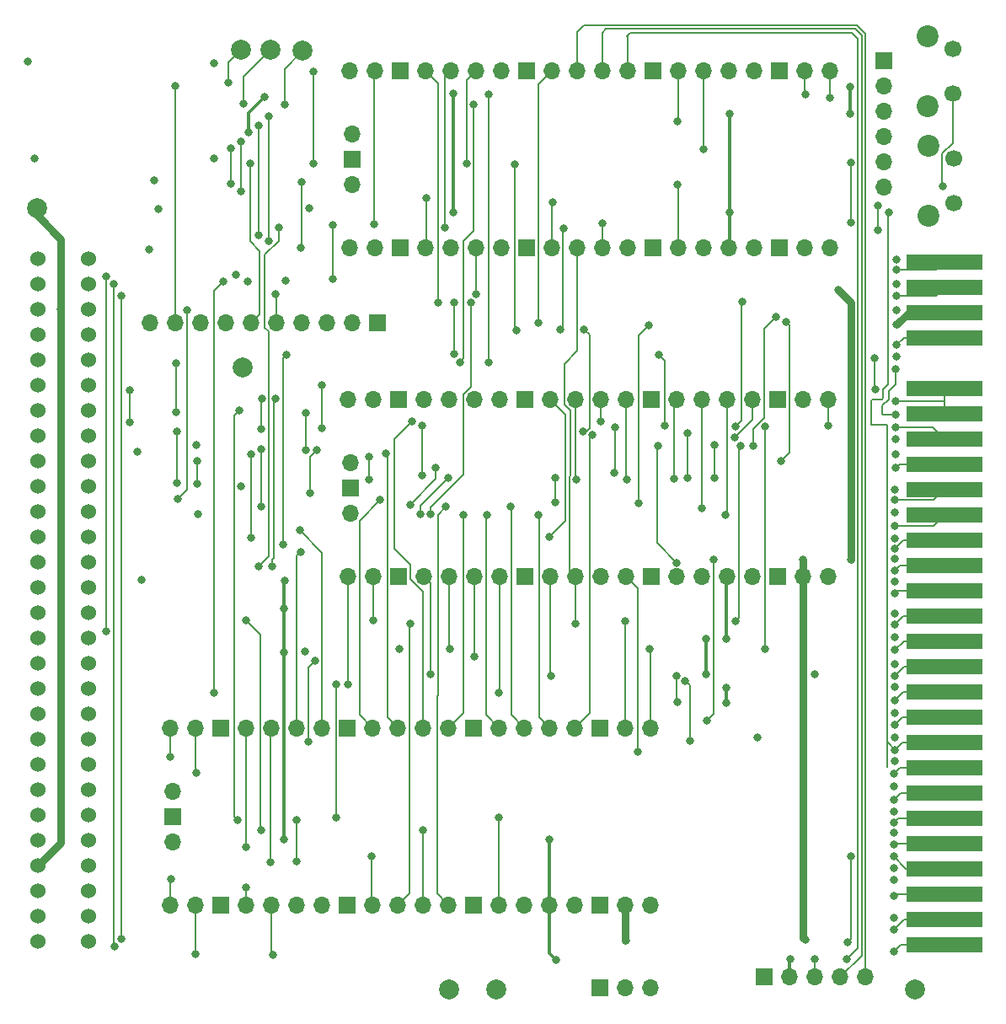
<source format=gbl>
G04 #@! TF.GenerationSoftware,KiCad,Pcbnew,(6.0.0)*
G04 #@! TF.CreationDate,2023-11-06T12:19:40+00:00*
G04 #@! TF.ProjectId,srom,73726f6d-2e6b-4696-9361-645f70636258,v1.3 to v1.4*
G04 #@! TF.SameCoordinates,Original*
G04 #@! TF.FileFunction,Copper,L4,Bot*
G04 #@! TF.FilePolarity,Positive*
%FSLAX46Y46*%
G04 Gerber Fmt 4.6, Leading zero omitted, Abs format (unit mm)*
G04 Created by KiCad (PCBNEW (6.0.0)) date 2023-11-06 12:19:40*
%MOMM*%
%LPD*%
G01*
G04 APERTURE LIST*
G04 #@! TA.AperFunction,ComponentPad*
%ADD10C,2.200000*%
G04 #@! TD*
G04 #@! TA.AperFunction,ComponentPad*
%ADD11C,1.700000*%
G04 #@! TD*
G04 #@! TA.AperFunction,ComponentPad*
%ADD12C,2.000000*%
G04 #@! TD*
G04 #@! TA.AperFunction,SMDPad,CuDef*
%ADD13R,7.620000X1.524000*%
G04 #@! TD*
G04 #@! TA.AperFunction,ComponentPad*
%ADD14O,1.700000X1.700000*%
G04 #@! TD*
G04 #@! TA.AperFunction,ComponentPad*
%ADD15R,1.700000X1.700000*%
G04 #@! TD*
G04 #@! TA.AperFunction,ComponentPad*
%ADD16C,1.524000*%
G04 #@! TD*
G04 #@! TA.AperFunction,ViaPad*
%ADD17C,0.800000*%
G04 #@! TD*
G04 #@! TA.AperFunction,Conductor*
%ADD18C,0.200000*%
G04 #@! TD*
G04 #@! TA.AperFunction,Conductor*
%ADD19C,0.750000*%
G04 #@! TD*
G04 #@! TA.AperFunction,Conductor*
%ADD20C,0.300000*%
G04 #@! TD*
G04 APERTURE END LIST*
D10*
X139875000Y-83490000D03*
X139875000Y-90490000D03*
D11*
X142375000Y-84740000D03*
X142375000Y-89240000D03*
D12*
X138450000Y-168240000D03*
D10*
X139775000Y-72490000D03*
X139775000Y-79490000D03*
D11*
X142275000Y-73740000D03*
X142275000Y-78240000D03*
D12*
X76950000Y-73940000D03*
D13*
X141450000Y-95120000D03*
X141450000Y-97660000D03*
X141450000Y-100200000D03*
X141450000Y-102740000D03*
X141450000Y-107820000D03*
X141450000Y-110360000D03*
X141450000Y-112900000D03*
X141450000Y-115440000D03*
X141450000Y-117980000D03*
X141450000Y-120520000D03*
X141450000Y-123060000D03*
X141450000Y-125600000D03*
X141450000Y-128140000D03*
X141450000Y-130680000D03*
X141450000Y-133220000D03*
X141450000Y-135760000D03*
X141450000Y-138300000D03*
X141450000Y-140840000D03*
X141450000Y-143380000D03*
X141450000Y-145920000D03*
X141450000Y-148460000D03*
X141450000Y-151000000D03*
X141450000Y-153540000D03*
X141450000Y-156080000D03*
X141450000Y-158620000D03*
X141450000Y-161160000D03*
X141450000Y-163700000D03*
D12*
X50250000Y-89740000D03*
D14*
X129925000Y-75950000D03*
X127385000Y-75950000D03*
D15*
X124845000Y-75950000D03*
D14*
X122305000Y-75950000D03*
X119765000Y-75950000D03*
X117225000Y-75950000D03*
X114685000Y-75950000D03*
D15*
X112145000Y-75950000D03*
D14*
X109605000Y-75950000D03*
X107065000Y-75950000D03*
X104525000Y-75950000D03*
X101985000Y-75950000D03*
D15*
X99445000Y-75950000D03*
D14*
X96905000Y-75950000D03*
X94365000Y-75950000D03*
X91825000Y-75950000D03*
X89285000Y-75950000D03*
D15*
X86745000Y-75950000D03*
D14*
X84205000Y-75950000D03*
X81665000Y-75950000D03*
X81665000Y-93730000D03*
X84205000Y-93730000D03*
D15*
X86745000Y-93730000D03*
D14*
X89285000Y-93730000D03*
X91825000Y-93730000D03*
X94365000Y-93730000D03*
X96905000Y-93730000D03*
D15*
X99445000Y-93730000D03*
D14*
X101985000Y-93730000D03*
X104525000Y-93730000D03*
X107065000Y-93730000D03*
X109605000Y-93730000D03*
D15*
X112145000Y-93730000D03*
D14*
X114685000Y-93730000D03*
X117225000Y-93730000D03*
X119765000Y-93730000D03*
X122305000Y-93730000D03*
D15*
X124845000Y-93730000D03*
D14*
X127385000Y-93730000D03*
X129925000Y-93730000D03*
X81895000Y-82300000D03*
D15*
X81895000Y-84840000D03*
D14*
X81895000Y-87380000D03*
D12*
X96450000Y-168240000D03*
X91650000Y-168240000D03*
X70950000Y-105740000D03*
D15*
X123375000Y-166940000D03*
D14*
X125915000Y-166940000D03*
X128455000Y-166940000D03*
X130995000Y-166940000D03*
X133535000Y-166940000D03*
D15*
X84475000Y-101240000D03*
D14*
X81935000Y-101240000D03*
X79395000Y-101240000D03*
X76855000Y-101240000D03*
X74315000Y-101240000D03*
X71775000Y-101240000D03*
X69235000Y-101240000D03*
X66695000Y-101240000D03*
X64155000Y-101240000D03*
X61615000Y-101240000D03*
D12*
X70750000Y-73840000D03*
D14*
X129780000Y-108950000D03*
X127240000Y-108950000D03*
D15*
X124700000Y-108950000D03*
D14*
X122160000Y-108950000D03*
X119620000Y-108950000D03*
X117080000Y-108950000D03*
X114540000Y-108950000D03*
D15*
X112000000Y-108950000D03*
D14*
X109460000Y-108950000D03*
X106920000Y-108950000D03*
X104380000Y-108950000D03*
X101840000Y-108950000D03*
D15*
X99300000Y-108950000D03*
D14*
X96760000Y-108950000D03*
X94220000Y-108950000D03*
X91680000Y-108950000D03*
X89140000Y-108950000D03*
D15*
X86600000Y-108950000D03*
D14*
X84060000Y-108950000D03*
X81520000Y-108950000D03*
X81520000Y-126730000D03*
X84060000Y-126730000D03*
D15*
X86600000Y-126730000D03*
D14*
X89140000Y-126730000D03*
X91680000Y-126730000D03*
X94220000Y-126730000D03*
X96760000Y-126730000D03*
D15*
X99300000Y-126730000D03*
D14*
X101840000Y-126730000D03*
X104380000Y-126730000D03*
X106920000Y-126730000D03*
X109460000Y-126730000D03*
D15*
X112000000Y-126730000D03*
D14*
X114540000Y-126730000D03*
X117080000Y-126730000D03*
X119620000Y-126730000D03*
X122160000Y-126730000D03*
D15*
X124700000Y-126730000D03*
D14*
X127240000Y-126730000D03*
X129780000Y-126730000D03*
X81750000Y-115300000D03*
D15*
X81750000Y-117840000D03*
D14*
X81750000Y-120380000D03*
D15*
X106825000Y-168040000D03*
D14*
X109365000Y-168040000D03*
X111905000Y-168040000D03*
D15*
X135350000Y-74940000D03*
D14*
X135350000Y-77480000D03*
X135350000Y-80020000D03*
X135350000Y-82560000D03*
X135350000Y-85100000D03*
X135350000Y-87640000D03*
D12*
X73750000Y-73840000D03*
D16*
X50390000Y-105000000D03*
X55390000Y-105000000D03*
X55390000Y-94840000D03*
X55390000Y-97380000D03*
X55390000Y-99920000D03*
X55390000Y-102460000D03*
X55390000Y-107540000D03*
X55390000Y-110080000D03*
X55390000Y-112620000D03*
X55390000Y-115160000D03*
X55390000Y-117700000D03*
X55390000Y-120240000D03*
X55390000Y-122780000D03*
X55390000Y-125320000D03*
X55390000Y-127860000D03*
X55390000Y-130400000D03*
X55390000Y-132940000D03*
X55390000Y-135480000D03*
X55390000Y-138020000D03*
X55390000Y-140560000D03*
X55390000Y-143100000D03*
X55390000Y-145640000D03*
X55390000Y-148180000D03*
X55390000Y-150720000D03*
X55390000Y-153260000D03*
X55390000Y-155800000D03*
X55390000Y-158340000D03*
X55390000Y-160880000D03*
X55390000Y-163420000D03*
X50390000Y-94840000D03*
X50390000Y-97380000D03*
X50390000Y-99920000D03*
X50390000Y-102460000D03*
X50390000Y-107540000D03*
X50390000Y-110080000D03*
X50390000Y-112620000D03*
X50390000Y-115160000D03*
X50390000Y-117700000D03*
X50390000Y-120240000D03*
X50390000Y-122780000D03*
X50390000Y-125320000D03*
X50390000Y-127860000D03*
X50390000Y-130400000D03*
X50390000Y-132940000D03*
X50390000Y-135480000D03*
X50390000Y-138020000D03*
X50390000Y-140560000D03*
X50390000Y-143100000D03*
X50390000Y-145640000D03*
X50390000Y-148180000D03*
X50390000Y-150720000D03*
X50390000Y-153260000D03*
X50390000Y-155800000D03*
X50390000Y-158340000D03*
X50390000Y-160880000D03*
X50390000Y-163420000D03*
D14*
X111925000Y-141950000D03*
X109385000Y-141950000D03*
D15*
X106845000Y-141950000D03*
D14*
X104305000Y-141950000D03*
X101765000Y-141950000D03*
X99225000Y-141950000D03*
X96685000Y-141950000D03*
D15*
X94145000Y-141950000D03*
D14*
X91605000Y-141950000D03*
X89065000Y-141950000D03*
X86525000Y-141950000D03*
X83985000Y-141950000D03*
D15*
X81445000Y-141950000D03*
D14*
X78905000Y-141950000D03*
X76365000Y-141950000D03*
X73825000Y-141950000D03*
X71285000Y-141950000D03*
D15*
X68745000Y-141950000D03*
D14*
X66205000Y-141950000D03*
X63665000Y-141950000D03*
X63665000Y-159730000D03*
X66205000Y-159730000D03*
D15*
X68745000Y-159730000D03*
D14*
X71285000Y-159730000D03*
X73825000Y-159730000D03*
X76365000Y-159730000D03*
X78905000Y-159730000D03*
D15*
X81445000Y-159730000D03*
D14*
X83985000Y-159730000D03*
X86525000Y-159730000D03*
X89065000Y-159730000D03*
X91605000Y-159730000D03*
D15*
X94145000Y-159730000D03*
D14*
X96685000Y-159730000D03*
X99225000Y-159730000D03*
X101765000Y-159730000D03*
X104305000Y-159730000D03*
D15*
X106845000Y-159730000D03*
D14*
X109385000Y-159730000D03*
X111925000Y-159730000D03*
X63895000Y-148300000D03*
D15*
X63895000Y-150840000D03*
D14*
X63895000Y-153380000D03*
D17*
X136550000Y-109090000D03*
X50050000Y-84740000D03*
X86650000Y-134040000D03*
X62050000Y-86940000D03*
X122650000Y-142940000D03*
X61550000Y-93840000D03*
X68050000Y-75140000D03*
X49350000Y-75040000D03*
X60350000Y-114240000D03*
X77650000Y-89740000D03*
X77150000Y-134240000D03*
X136447569Y-128440000D03*
X68050000Y-84740000D03*
X66450000Y-120440000D03*
X62450000Y-89840000D03*
X60750000Y-127040000D03*
X128450000Y-136579500D03*
X75250000Y-97040000D03*
X52670000Y-99920000D03*
X52650000Y-92840000D03*
X136650000Y-101440000D03*
X132035500Y-125040000D03*
X109450000Y-163340000D03*
X127250000Y-125040000D03*
X127450000Y-163240000D03*
X130750000Y-97940000D03*
X85350000Y-114339500D03*
X136550000Y-115840000D03*
X136450000Y-119040000D03*
X84750000Y-119040000D03*
X136450000Y-121640000D03*
X76650000Y-122080500D03*
X76732000Y-124258000D03*
X136448069Y-123939501D03*
X101750000Y-122740000D03*
X73750000Y-155440000D03*
X136350000Y-153640000D03*
X71250000Y-153940000D03*
X136350000Y-151440000D03*
X66250000Y-146440000D03*
X136350000Y-149140000D03*
X63650000Y-144840000D03*
X136350000Y-146540000D03*
X136350000Y-157240000D03*
X63750000Y-157140000D03*
X136350000Y-162240000D03*
X66150000Y-164639500D03*
X136350000Y-161040000D03*
X71250000Y-157940000D03*
X136350000Y-164440000D03*
X73950000Y-164740000D03*
X58750000Y-98540000D03*
X58750000Y-163140000D03*
X136650000Y-98540000D03*
X58010000Y-97380000D03*
X58050000Y-163940000D03*
X136650000Y-97340000D03*
X64250000Y-105340000D03*
X136650000Y-104640000D03*
X64250000Y-110229500D03*
X134400000Y-104765000D03*
X134525000Y-107939500D03*
X59550000Y-111240000D03*
X59550000Y-108040000D03*
X136550000Y-110440000D03*
X136550000Y-105940000D03*
X136550000Y-112940000D03*
X66250000Y-113540000D03*
X72750000Y-119739500D03*
X136450000Y-120340000D03*
X72750000Y-113940000D03*
X71750000Y-114440500D03*
X71750000Y-122840000D03*
X136450000Y-122940000D03*
X136450000Y-118040000D03*
X70790000Y-117700000D03*
X66350000Y-117440000D03*
X136550000Y-114440000D03*
X66350000Y-115140000D03*
X136650000Y-99940000D03*
X64395850Y-118941897D03*
X65350000Y-99940000D03*
X87950000Y-111170500D03*
X106950000Y-111139500D03*
X93150000Y-120540500D03*
X109550000Y-117000500D03*
X95450000Y-120540500D03*
X114250000Y-116940000D03*
X117050000Y-119840000D03*
X97850000Y-119739500D03*
X119450000Y-120540000D03*
X100650000Y-120539500D03*
X120388896Y-112748451D03*
X106050000Y-112540500D03*
X120450000Y-131240000D03*
X120984053Y-113640500D03*
X109350000Y-131240000D03*
X123450000Y-111640000D03*
X111850000Y-134039500D03*
X123450000Y-134040000D03*
X129750000Y-111540000D03*
X74550000Y-91640500D03*
X72495000Y-125757500D03*
X136650000Y-95939503D03*
X71450000Y-97140500D03*
X70250000Y-96440000D03*
X136650000Y-94940000D03*
X136350000Y-152440000D03*
X83850000Y-154840000D03*
X78850000Y-107540000D03*
X112650000Y-113640500D03*
X114550000Y-125340000D03*
X78850000Y-111840000D03*
X96650000Y-138440000D03*
X68050000Y-138440000D03*
X136450000Y-137840000D03*
X68950000Y-97140000D03*
X57250000Y-96601500D03*
X57250000Y-132240000D03*
X136450000Y-132840000D03*
X100650000Y-101240000D03*
X77550000Y-143340000D03*
X78205500Y-135180500D03*
X135850000Y-90140000D03*
X136450000Y-144140000D03*
X80350000Y-137540000D03*
X96650000Y-150940000D03*
X80350000Y-150940000D03*
X131650000Y-165140000D03*
X128450000Y-165139500D03*
X114650000Y-81040000D03*
X117250000Y-83840000D03*
X124550000Y-100619500D03*
X122206849Y-113640500D03*
X83650000Y-117000500D03*
X125550000Y-101140000D03*
X124996340Y-115139500D03*
X83650000Y-114739500D03*
X121150000Y-99140000D03*
X77250000Y-114039500D03*
X118350000Y-113540000D03*
X77250000Y-110340000D03*
X118350000Y-116839500D03*
X115650000Y-116840000D03*
X115650000Y-112340000D03*
X120450000Y-111640000D03*
X112750000Y-104440000D03*
X90350000Y-115840000D03*
X108350000Y-111740000D03*
X108240653Y-116330653D03*
X77669633Y-118391934D03*
X78350000Y-114040000D03*
X87750000Y-119540000D03*
X113350000Y-111540000D03*
X102350000Y-119240000D03*
X110750000Y-119340000D03*
X111750000Y-101540000D03*
X88750000Y-120440000D03*
X102350000Y-116840000D03*
X91550000Y-116840500D03*
X105096876Y-112140878D03*
X105250000Y-101940000D03*
X88950000Y-111558000D03*
X88950000Y-116540000D03*
X93849500Y-99220500D03*
X89834364Y-120486072D03*
X92150000Y-104339500D03*
X75350000Y-104440000D03*
X92150000Y-99220500D03*
X74950000Y-123479500D03*
X71250000Y-131140000D03*
X72750000Y-152240000D03*
X89050000Y-152240000D03*
X84050000Y-131140000D03*
X104450000Y-117000500D03*
X91350000Y-119739500D03*
X93450000Y-85240000D03*
X98450000Y-102040000D03*
X98250000Y-85340000D03*
X136450000Y-135540000D03*
X94250000Y-134740000D03*
X136450000Y-140440000D03*
X114550000Y-136740000D03*
X114650000Y-139340000D03*
X101950000Y-136740000D03*
X102850000Y-101940000D03*
X91250000Y-91640000D03*
X103150000Y-91740000D03*
X90550000Y-99220500D03*
X79950000Y-96840000D03*
X74250000Y-98340000D03*
X79950000Y-91440000D03*
X84150000Y-91340000D03*
X78050000Y-76040000D03*
X78050000Y-85240000D03*
X71650000Y-85240000D03*
X94350000Y-98339500D03*
X115410474Y-137251889D03*
X115850000Y-143240000D03*
X81550000Y-137540000D03*
X89830500Y-136579500D03*
X91750000Y-134039500D03*
X117550000Y-141239500D03*
X118250000Y-125040000D03*
X110650000Y-144340000D03*
X136450000Y-145240000D03*
X107050000Y-91240000D03*
X132035500Y-91140000D03*
X132035500Y-85140000D03*
X102050000Y-89140000D03*
X136350000Y-154840000D03*
X131750000Y-163440000D03*
X76350000Y-155340000D03*
X76350000Y-151240000D03*
X70450000Y-151240000D03*
X132035500Y-154840000D03*
X70550000Y-110040000D03*
X134750000Y-91940000D03*
X104350000Y-131440000D03*
X141250000Y-87540000D03*
X87750000Y-131440000D03*
X134750000Y-89440000D03*
X74249500Y-108840000D03*
X125950000Y-165140000D03*
X102450000Y-165240000D03*
X73850000Y-125757500D03*
X64350000Y-112140000D03*
X72850000Y-108840000D03*
X75050000Y-153140000D03*
X75150000Y-127140000D03*
X72750000Y-111940000D03*
X64350000Y-117340000D03*
X75050000Y-129940000D03*
X101750000Y-153140000D03*
X75050000Y-134340000D03*
X117450000Y-136579500D03*
X119550000Y-137940000D03*
X119524244Y-139405500D03*
X119550000Y-133040000D03*
X117450000Y-133040000D03*
X71550000Y-82140000D03*
X73150000Y-78540500D03*
X92050000Y-90140000D03*
X131950000Y-80240000D03*
X92050000Y-78240000D03*
X119850000Y-80240000D03*
X119850000Y-90140000D03*
X131950000Y-77540000D03*
X76850000Y-87140000D03*
X69750000Y-83740000D03*
X76750000Y-93740000D03*
X69750000Y-87240000D03*
X73550000Y-80540000D03*
X73555378Y-93045378D03*
X70750000Y-88040000D03*
X70750000Y-83040000D03*
X89350000Y-88740000D03*
X72550000Y-81440000D03*
X72550000Y-92440000D03*
X127450000Y-78340000D03*
X95650000Y-105239500D03*
X95650000Y-78340000D03*
X71050500Y-79240000D03*
X94150000Y-79340000D03*
X92750000Y-105239500D03*
X75150000Y-79340000D03*
X129950000Y-78640000D03*
X69490000Y-77100000D03*
X64150000Y-77440000D03*
X114650000Y-87340000D03*
X136450000Y-124940000D03*
X136450000Y-127240000D03*
X136450000Y-130440000D03*
X136450000Y-142940000D03*
X136350000Y-147840000D03*
X136350000Y-150340000D03*
X136350000Y-156040000D03*
X136650000Y-103440000D03*
X136550000Y-111740000D03*
X136450000Y-126140000D03*
X136450000Y-131540000D03*
X136450000Y-134140000D03*
X136450000Y-136740000D03*
X136450000Y-139140000D03*
X136450000Y-141640000D03*
X136350000Y-158840000D03*
D18*
X135748069Y-90241931D02*
X135850000Y-90140000D01*
X135748069Y-107466931D02*
X135748069Y-90241931D01*
X135300000Y-107915000D02*
X135748069Y-107466931D01*
X135150000Y-108965000D02*
X135300000Y-108815000D01*
X134125000Y-109065000D02*
X134225000Y-108965000D01*
X134125000Y-111465000D02*
X134125000Y-109065000D01*
X135600000Y-111465000D02*
X134125000Y-111465000D01*
X135300000Y-108815000D02*
X135300000Y-107915000D01*
X135700000Y-111565000D02*
X135600000Y-111465000D01*
X135700000Y-145836138D02*
X135700000Y-111565000D01*
X134225000Y-108965000D02*
X135150000Y-108965000D01*
X141400000Y-109090000D02*
X141425000Y-109065000D01*
X136550000Y-109090000D02*
X141400000Y-109090000D01*
X135225000Y-110415000D02*
X135250000Y-110440000D01*
X135225000Y-109540000D02*
X135225000Y-110415000D01*
X135825000Y-108940000D02*
X135225000Y-109540000D01*
X135250000Y-110440000D02*
X136550000Y-110440000D01*
X135825000Y-108140000D02*
X135825000Y-108940000D01*
X136550000Y-107415000D02*
X135825000Y-108140000D01*
X136550000Y-105940000D02*
X136550000Y-107415000D01*
X141425000Y-109065000D02*
X141425000Y-107965000D01*
X141425000Y-110505000D02*
X141425000Y-109065000D01*
X136550000Y-105940000D02*
X136425000Y-106065000D01*
X141450000Y-128140000D02*
X136747569Y-128140000D01*
X136747569Y-128140000D02*
X136447569Y-128440000D01*
D19*
X50390000Y-155800000D02*
X52670000Y-153520000D01*
X50250000Y-90440000D02*
X50250000Y-89740000D01*
X52670000Y-99920000D02*
X52670000Y-92860000D01*
X137890000Y-100200000D02*
X141450000Y-100200000D01*
X52650000Y-92840000D02*
X50250000Y-90440000D01*
D18*
X52670000Y-92860000D02*
X52650000Y-92840000D01*
D19*
X136650000Y-101440000D02*
X137890000Y-100200000D01*
X52670000Y-153520000D02*
X52670000Y-99920000D01*
X127240000Y-163030000D02*
X127240000Y-126730000D01*
D18*
X109385000Y-163275000D02*
X109450000Y-163340000D01*
D19*
X127240000Y-126730000D02*
X127240000Y-125050000D01*
D20*
X127450000Y-163240000D02*
X127240000Y-163030000D01*
D18*
X127240000Y-125050000D02*
X127250000Y-125040000D01*
D19*
X132035500Y-125040000D02*
X132035500Y-99225500D01*
X109385000Y-159730000D02*
X109385000Y-163275000D01*
X132035500Y-99225500D02*
X130750000Y-97940000D01*
D18*
X136950000Y-115440000D02*
X141450000Y-115440000D01*
X85350000Y-114339500D02*
X85450000Y-114439500D01*
X136550000Y-115840000D02*
X136950000Y-115440000D01*
X85450000Y-140875000D02*
X86525000Y-141950000D01*
X85450000Y-114439500D02*
X85450000Y-140875000D01*
X83985000Y-141950000D02*
X82670000Y-140635000D01*
X136450000Y-119040000D02*
X140390000Y-119040000D01*
X82670000Y-121120000D02*
X84750000Y-119040000D01*
X140390000Y-119040000D02*
X141450000Y-117980000D01*
X82670000Y-140635000D02*
X82670000Y-121120000D01*
X76650000Y-122080500D02*
X78905000Y-124335500D01*
X140330000Y-121640000D02*
X141450000Y-120520000D01*
X78905000Y-124335500D02*
X78905000Y-141950000D01*
X136450000Y-121640000D02*
X140330000Y-121640000D01*
X103350000Y-110460000D02*
X101840000Y-108950000D01*
X103350000Y-121140000D02*
X103350000Y-110460000D01*
X136448069Y-123939501D02*
X137327570Y-123060000D01*
X76365000Y-141950000D02*
X76365000Y-124625000D01*
X137327570Y-123060000D02*
X141450000Y-123060000D01*
X76365000Y-124625000D02*
X76732000Y-124258000D01*
X101750000Y-122740000D02*
X103350000Y-121140000D01*
X136350000Y-153640000D02*
X136450000Y-153540000D01*
X136450000Y-153540000D02*
X141450000Y-153540000D01*
X73750000Y-155440000D02*
X73750000Y-142025000D01*
X71285000Y-141950000D02*
X71285000Y-153905000D01*
X71285000Y-153905000D02*
X71250000Y-153940000D01*
X136350000Y-151440000D02*
X136790000Y-151000000D01*
X136790000Y-151000000D02*
X141450000Y-151000000D01*
X137030000Y-148460000D02*
X141450000Y-148460000D01*
X66205000Y-146395000D02*
X66205000Y-141950000D01*
X136350000Y-149140000D02*
X137030000Y-148460000D01*
X66250000Y-146440000D02*
X66205000Y-146395000D01*
X63665000Y-141950000D02*
X63665000Y-144825000D01*
X136350000Y-146540000D02*
X136970000Y-145920000D01*
X136970000Y-145920000D02*
X141450000Y-145920000D01*
X63665000Y-144825000D02*
X63650000Y-144840000D01*
X63665000Y-157225000D02*
X63750000Y-157140000D01*
X63665000Y-159730000D02*
X63665000Y-157225000D01*
X136350000Y-162240000D02*
X137430000Y-161160000D01*
X66150000Y-164639500D02*
X66205000Y-164584500D01*
X137430000Y-161160000D02*
X141450000Y-161160000D01*
X66205000Y-164584500D02*
X66205000Y-159730000D01*
X71285000Y-159730000D02*
X71285000Y-157975000D01*
X71285000Y-157975000D02*
X71250000Y-157940000D01*
X73825000Y-164615000D02*
X73825000Y-159730000D01*
X136350000Y-164440000D02*
X137090000Y-163700000D01*
X73950000Y-164740000D02*
X73825000Y-164615000D01*
X137090000Y-163700000D02*
X141450000Y-163700000D01*
X136650000Y-98540000D02*
X140570000Y-98540000D01*
X140570000Y-98540000D02*
X141450000Y-97660000D01*
X58750000Y-98540000D02*
X58750000Y-163140000D01*
X58010000Y-163900000D02*
X58050000Y-163940000D01*
X58010000Y-97380000D02*
X58010000Y-163900000D01*
X64250000Y-110229500D02*
X64250000Y-105340000D01*
X134400000Y-104765000D02*
X134400000Y-107765000D01*
X134400000Y-107765000D02*
X134550000Y-107915000D01*
X59550000Y-111240000D02*
X59550000Y-108040000D01*
X72750000Y-113940000D02*
X72750000Y-119739500D01*
X71750000Y-114440500D02*
X71750000Y-122840000D01*
X66350000Y-115140000D02*
X66350000Y-117440000D01*
X65305000Y-99985000D02*
X65350000Y-99940000D01*
X65305000Y-118032747D02*
X65305000Y-99985000D01*
X64395850Y-118941897D02*
X65305000Y-118032747D01*
X87750000Y-125580000D02*
X87750000Y-126966346D01*
X106920000Y-108950000D02*
X106920000Y-111109500D01*
X87950000Y-111170500D02*
X86150000Y-112970500D01*
X89065000Y-128281346D02*
X89065000Y-141950000D01*
X86150000Y-112970500D02*
X86150000Y-123980000D01*
X87750000Y-126966346D02*
X89065000Y-128281346D01*
X86150000Y-123980000D02*
X87750000Y-125580000D01*
X106920000Y-111109500D02*
X106950000Y-111139500D01*
X93150000Y-120540500D02*
X93070000Y-120620500D01*
X93070000Y-140485000D02*
X91605000Y-141950000D01*
X109460000Y-116910500D02*
X109460000Y-108950000D01*
X93070000Y-120620500D02*
X93070000Y-140485000D01*
X109550000Y-117000500D02*
X109460000Y-116910500D01*
X95370000Y-120620500D02*
X95370000Y-140635000D01*
X114250000Y-116940000D02*
X114250000Y-109240000D01*
X95450000Y-120540500D02*
X95370000Y-120620500D01*
X95370000Y-140635000D02*
X96685000Y-141950000D01*
X117080000Y-119810000D02*
X117080000Y-108950000D01*
X117050000Y-119840000D02*
X117080000Y-119810000D01*
X99225000Y-141950000D02*
X97910000Y-140635000D01*
X97910000Y-119799500D02*
X97850000Y-119739500D01*
X97910000Y-140635000D02*
X97910000Y-119799500D01*
X101765000Y-141950000D02*
X100690000Y-140875000D01*
X100690000Y-120579500D02*
X100650000Y-120539500D01*
X119620000Y-120370000D02*
X119620000Y-108950000D01*
X100690000Y-140875000D02*
X100690000Y-120579500D01*
X119450000Y-120540000D02*
X119620000Y-120370000D01*
X122160000Y-108950000D02*
X122160000Y-110977347D01*
X122160000Y-110977347D02*
X120388896Y-112748451D01*
X105770000Y-140485000D02*
X104305000Y-141950000D01*
X106050000Y-112540500D02*
X105770000Y-112820500D01*
X105770000Y-112820500D02*
X105770000Y-140485000D01*
X109385000Y-141950000D02*
X109385000Y-131275000D01*
X109385000Y-131275000D02*
X109350000Y-131240000D01*
X120984053Y-113640500D02*
X120770000Y-113854553D01*
X120770000Y-130920000D02*
X120450000Y-131240000D01*
X120770000Y-113854553D02*
X120770000Y-130920000D01*
X111925000Y-134114500D02*
X111850000Y-134039500D01*
X111925000Y-141950000D02*
X111925000Y-134114500D01*
X129750000Y-111540000D02*
X129780000Y-111510000D01*
X123450000Y-134040000D02*
X123450000Y-111640000D01*
X129780000Y-111510000D02*
X129780000Y-108950000D01*
X73550000Y-124702500D02*
X73550000Y-102101346D01*
X73165000Y-94425000D02*
X74550000Y-93040000D01*
X72495000Y-125757500D02*
X73550000Y-124702500D01*
X73165000Y-101716346D02*
X73165000Y-94425000D01*
X74550000Y-93040000D02*
X74550000Y-91640500D01*
X73550000Y-102101346D02*
X73165000Y-101716346D01*
X140630497Y-95939503D02*
X141450000Y-95120000D01*
X136650000Y-95939503D02*
X140630497Y-95939503D01*
X83850000Y-154840000D02*
X83850000Y-159595000D01*
X112550000Y-123340000D02*
X114550000Y-125340000D01*
X112550000Y-113740500D02*
X112550000Y-123340000D01*
X112650000Y-113640500D02*
X112550000Y-113740500D01*
X78850000Y-111840000D02*
X78850000Y-107540000D01*
X68085000Y-98005000D02*
X68085000Y-138405000D01*
X68085000Y-138405000D02*
X68050000Y-138440000D01*
X96760000Y-138330000D02*
X96760000Y-126730000D01*
X96650000Y-138440000D02*
X96760000Y-138330000D01*
X68950000Y-97140000D02*
X68085000Y-98005000D01*
X57250000Y-132240000D02*
X57250000Y-96601500D01*
X100650000Y-77285000D02*
X101985000Y-75950000D01*
X100650000Y-101240000D02*
X100650000Y-77285000D01*
X77550000Y-143340000D02*
X77550000Y-135836000D01*
X137210000Y-143380000D02*
X141450000Y-143380000D01*
X77550000Y-135836000D02*
X78205500Y-135180500D01*
X136450000Y-144140000D02*
X137210000Y-143380000D01*
X135748069Y-143438069D02*
X136450000Y-144140000D01*
X80350000Y-137540000D02*
X80295000Y-137595000D01*
X80295000Y-137595000D02*
X80295000Y-150885000D01*
X80295000Y-150885000D02*
X80350000Y-150940000D01*
X96650000Y-150940000D02*
X96685000Y-150975000D01*
X96685000Y-150975000D02*
X96685000Y-159730000D01*
X109850000Y-72140000D02*
X109550000Y-72440000D01*
X132735000Y-164055000D02*
X132735000Y-72725000D01*
X132150000Y-72140000D02*
X109850000Y-72140000D01*
X109550000Y-72440000D02*
X109605000Y-72495000D01*
X128455000Y-165144500D02*
X128450000Y-165139500D01*
X128455000Y-166940000D02*
X128455000Y-165144500D01*
X132735000Y-72725000D02*
X132150000Y-72140000D01*
X131650000Y-165140000D02*
X132735000Y-164055000D01*
X109605000Y-72495000D02*
X109605000Y-75950000D01*
X114650000Y-81040000D02*
X114685000Y-81005000D01*
X114685000Y-81005000D02*
X114685000Y-75950000D01*
X117225000Y-83815000D02*
X117225000Y-75950000D01*
X117250000Y-83840000D02*
X117225000Y-83815000D01*
X122206849Y-113640500D02*
X122206849Y-111893201D01*
X123310000Y-110790050D02*
X123310000Y-101859500D01*
X122206849Y-111893201D02*
X123310000Y-110790050D01*
X123310000Y-101859500D02*
X124550000Y-100619500D01*
X125850000Y-101440000D02*
X125850000Y-114285840D01*
X125550000Y-101140000D02*
X125850000Y-101440000D01*
X83650000Y-117000500D02*
X83650000Y-114739500D01*
X125850000Y-114285840D02*
X124996340Y-115139500D01*
X121010000Y-99280000D02*
X121010000Y-111080000D01*
X77250000Y-110340000D02*
X77250000Y-114039500D01*
X115650000Y-116840000D02*
X115650000Y-112340000D01*
X121150000Y-99140000D02*
X121010000Y-99280000D01*
X118350000Y-113540000D02*
X118350000Y-116839500D01*
X121010000Y-111080000D02*
X120450000Y-111640000D01*
X113350000Y-105040000D02*
X113350000Y-111540000D01*
X77669633Y-118391934D02*
X77669633Y-114720367D01*
X90350000Y-116940000D02*
X87750000Y-119540000D01*
X90350000Y-115840000D02*
X90350000Y-116940000D01*
X112750000Y-104440000D02*
X113350000Y-105040000D01*
X77669633Y-114720367D02*
X78350000Y-114040000D01*
X108350000Y-116221306D02*
X108240653Y-116330653D01*
X108350000Y-111740000D02*
X108350000Y-116221306D01*
X110750000Y-102540000D02*
X110750000Y-119340000D01*
X102350000Y-119240000D02*
X102350000Y-116840000D01*
X91550000Y-116840500D02*
X88750000Y-119640500D01*
X111750000Y-101540000D02*
X110750000Y-102540000D01*
X88750000Y-119640500D02*
X88750000Y-120440000D01*
X105459672Y-112140878D02*
X105096876Y-112140878D01*
X105250000Y-101940000D02*
X105770000Y-102460000D01*
X105770000Y-111830550D02*
X105459672Y-112140878D01*
X105770000Y-102460000D02*
X105770000Y-111830550D01*
X88950000Y-111558000D02*
X88950000Y-116540000D01*
X89834364Y-120486072D02*
X89834364Y-119755136D01*
X89834364Y-119755136D02*
X93070000Y-116519500D01*
X93849500Y-107694154D02*
X93849500Y-99220500D01*
X93070000Y-108473654D02*
X93849500Y-107694154D01*
X93070000Y-116519500D02*
X93070000Y-108473654D01*
X75350000Y-104440000D02*
X74949500Y-104840500D01*
X74949500Y-104840500D02*
X74949500Y-123479000D01*
X92150000Y-99220500D02*
X92150000Y-104339500D01*
X74949500Y-123479000D02*
X74950000Y-123479500D01*
X84050000Y-131140000D02*
X84060000Y-131130000D01*
X89065000Y-152255000D02*
X89050000Y-152240000D01*
X72750000Y-152240000D02*
X72675000Y-152165000D01*
X72675000Y-152165000D02*
X72675000Y-132565000D01*
X72675000Y-132565000D02*
X71250000Y-131140000D01*
X84060000Y-131130000D02*
X84060000Y-126730000D01*
X89065000Y-159730000D02*
X89065000Y-152255000D01*
X90455000Y-158580000D02*
X91605000Y-159730000D01*
X90530000Y-138620000D02*
X90550000Y-138640000D01*
X104380000Y-116930500D02*
X104380000Y-108950000D01*
X90550000Y-138640000D02*
X90455000Y-138735000D01*
X104450000Y-117000500D02*
X104380000Y-116930500D01*
X90530000Y-120559500D02*
X90530000Y-138620000D01*
X91350000Y-119739500D02*
X90530000Y-120559500D01*
X90455000Y-138735000D02*
X90455000Y-158580000D01*
X93450000Y-85240000D02*
X93450000Y-76865000D01*
X98250000Y-101840000D02*
X98250000Y-85340000D01*
X93450000Y-76865000D02*
X94365000Y-75950000D01*
X98450000Y-102040000D02*
X98250000Y-101840000D01*
X94220000Y-134710000D02*
X94220000Y-126730000D01*
X94250000Y-134740000D02*
X94220000Y-134710000D01*
X114650000Y-139440000D02*
X114550000Y-139340000D01*
X114650000Y-139340000D02*
X114650000Y-139440000D01*
X101840000Y-136630000D02*
X101840000Y-126730000D01*
X114550000Y-139340000D02*
X114550000Y-136740000D01*
X101950000Y-136740000D02*
X101840000Y-136630000D01*
X91250000Y-76525000D02*
X91825000Y-75950000D01*
X103135000Y-101655000D02*
X103135000Y-91755000D01*
X103135000Y-91755000D02*
X103150000Y-91740000D01*
X91250000Y-91640000D02*
X91250000Y-76525000D01*
X102850000Y-101940000D02*
X103135000Y-101655000D01*
X90550000Y-77215000D02*
X89285000Y-75950000D01*
X90550000Y-99220500D02*
X90550000Y-77215000D01*
X84150000Y-91340000D02*
X84150000Y-76005000D01*
X74315000Y-101240000D02*
X74315000Y-98405000D01*
X74315000Y-98405000D02*
X74250000Y-98340000D01*
X79950000Y-96840000D02*
X79950000Y-91440000D01*
X72625000Y-100390000D02*
X72625000Y-94015000D01*
X72625000Y-94015000D02*
X71650000Y-93040000D01*
X71775000Y-101240000D02*
X72625000Y-100390000D01*
X78050000Y-85240000D02*
X78050000Y-76040000D01*
X71650000Y-93040000D02*
X71650000Y-85240000D01*
X94350000Y-98339500D02*
X94365000Y-98324500D01*
X94365000Y-98324500D02*
X94365000Y-93730000D01*
X115850000Y-137691415D02*
X115410474Y-137251889D01*
X115850000Y-143240000D02*
X115850000Y-137691415D01*
X81550000Y-137540000D02*
X81550000Y-126760000D01*
X89140000Y-126730000D02*
X89830500Y-127420500D01*
X89830500Y-127420500D02*
X89830500Y-136579500D01*
X91680000Y-126730000D02*
X91680000Y-133969500D01*
X91680000Y-133969500D02*
X91750000Y-134039500D01*
X117550000Y-141239500D02*
X118230000Y-140559500D01*
X118230000Y-140559500D02*
X118230000Y-125060000D01*
X118230000Y-125060000D02*
X118250000Y-125040000D01*
X110650000Y-144340000D02*
X110650000Y-127920000D01*
X110650000Y-127920000D02*
X109460000Y-126730000D01*
X132035500Y-91140000D02*
X132035500Y-85140000D01*
X107065000Y-93730000D02*
X107065000Y-91255000D01*
X107065000Y-91255000D02*
X107050000Y-91240000D01*
X101985000Y-89205000D02*
X101985000Y-93730000D01*
X102050000Y-89140000D02*
X101985000Y-89205000D01*
X70450000Y-151240000D02*
X70050000Y-150840000D01*
X132035500Y-154840000D02*
X132035500Y-163154500D01*
X141450000Y-156080000D02*
X137590000Y-156080000D01*
X132035500Y-163154500D02*
X131750000Y-163440000D01*
X76350000Y-155340000D02*
X76350000Y-151240000D01*
X70050000Y-150840000D02*
X70050000Y-110540000D01*
X137590000Y-156080000D02*
X136350000Y-154840000D01*
X70050000Y-110540000D02*
X70550000Y-110040000D01*
X104525000Y-72065000D02*
X104525000Y-75950000D01*
X105250000Y-71340000D02*
X104525000Y-72065000D01*
X133535000Y-72225000D02*
X132650000Y-71340000D01*
X133535000Y-166940000D02*
X133535000Y-72225000D01*
X132650000Y-71340000D02*
X105250000Y-71340000D01*
X107450000Y-71740000D02*
X107050000Y-72140000D01*
X107050000Y-72140000D02*
X107065000Y-72155000D01*
X133135000Y-164800000D02*
X133135000Y-72390686D01*
X132484314Y-71740000D02*
X107450000Y-71740000D01*
X107065000Y-72155000D02*
X107065000Y-75950000D01*
X130995000Y-166940000D02*
X133135000Y-164800000D01*
X133135000Y-72390686D02*
X132484314Y-71740000D01*
X103230000Y-109426346D02*
X103850000Y-110046346D01*
X104525000Y-104065000D02*
X103230000Y-105360000D01*
X104380000Y-130370000D02*
X104380000Y-126730000D01*
X87675000Y-131515000D02*
X87750000Y-131440000D01*
X142275000Y-83213654D02*
X141225000Y-84263654D01*
X104525000Y-93730000D02*
X104525000Y-104065000D01*
X103230000Y-105360000D02*
X103230000Y-109426346D01*
X86525000Y-159730000D02*
X87675000Y-158580000D01*
X103750000Y-116710550D02*
X103750000Y-126100000D01*
X103750000Y-126100000D02*
X104380000Y-126730000D01*
X141225000Y-84263654D02*
X141225000Y-87515000D01*
X103850000Y-110046346D02*
X103850000Y-116610550D01*
X103850000Y-116610550D02*
X103750000Y-116710550D01*
X87675000Y-158580000D02*
X87675000Y-131515000D01*
X141225000Y-87515000D02*
X141250000Y-87540000D01*
X104350000Y-131440000D02*
X104380000Y-130370000D01*
X142275000Y-78240000D02*
X142275000Y-83213654D01*
X134750000Y-89440000D02*
X134750000Y-91940000D01*
X125915000Y-165175000D02*
X125950000Y-165140000D01*
D20*
X125915000Y-166940000D02*
X125915000Y-165175000D01*
D18*
X72850000Y-108840000D02*
X72750000Y-108940000D01*
D20*
X101765000Y-164555000D02*
X101765000Y-159730000D01*
D18*
X75050000Y-127240000D02*
X75150000Y-127140000D01*
D20*
X102450000Y-165240000D02*
X101765000Y-164555000D01*
D18*
X72750000Y-108940000D02*
X72750000Y-111940000D01*
D20*
X75050000Y-134340000D02*
X75050000Y-153140000D01*
X75050000Y-134340000D02*
X75050000Y-129940000D01*
D18*
X73850000Y-125040000D02*
X74050000Y-124840000D01*
X74050000Y-109039500D02*
X74249500Y-108840000D01*
X64350000Y-112140000D02*
X64350000Y-117340000D01*
D20*
X101750000Y-153140000D02*
X101750000Y-159715000D01*
D18*
X73850000Y-125757500D02*
X73850000Y-125040000D01*
D20*
X75050000Y-129940000D02*
X75050000Y-127240000D01*
D18*
X74050000Y-124840000D02*
X74050000Y-109039500D01*
D20*
X119524244Y-139405500D02*
X119524244Y-137965756D01*
D18*
X119524244Y-137965756D02*
X119550000Y-137940000D01*
D20*
X117450000Y-136579500D02*
X117450000Y-133040000D01*
X119550000Y-133040000D02*
X119550000Y-126800000D01*
X119850000Y-90140000D02*
X119850000Y-80240000D01*
X71550000Y-82140000D02*
X71550000Y-80140500D01*
X92050000Y-78240000D02*
X92050000Y-90140000D01*
X119850000Y-90140000D02*
X119850000Y-93645000D01*
X71550000Y-80140500D02*
X73150000Y-78540500D01*
X131950000Y-80240000D02*
X131950000Y-77540000D01*
D18*
X69750000Y-83740000D02*
X69750000Y-87240000D01*
X76850000Y-93640000D02*
X76750000Y-93740000D01*
X76850000Y-87140000D02*
X76850000Y-93640000D01*
X73550000Y-80540000D02*
X73550000Y-93040000D01*
X73550000Y-93040000D02*
X73555378Y-93045378D01*
X70750000Y-83040000D02*
X70750000Y-88040000D01*
X89350000Y-88740000D02*
X89350000Y-93665000D01*
X72550000Y-81440000D02*
X72550000Y-92440000D01*
X127385000Y-75950000D02*
X127385000Y-78275000D01*
X71050500Y-76550550D02*
X73750000Y-73851050D01*
X95650000Y-78340000D02*
X95650000Y-105239500D01*
X71050500Y-79240000D02*
X71050500Y-76550550D01*
X127385000Y-78275000D02*
X127450000Y-78340000D01*
X94150000Y-92040000D02*
X93150000Y-93040000D01*
X93150000Y-104839500D02*
X92750000Y-105239500D01*
X75150000Y-75740000D02*
X76950000Y-73940000D01*
X129925000Y-78615000D02*
X129925000Y-75950000D01*
X93150000Y-93040000D02*
X93150000Y-104839500D01*
X129950000Y-78640000D02*
X129925000Y-78615000D01*
X75150000Y-79340000D02*
X75150000Y-75740000D01*
X94150000Y-79340000D02*
X94150000Y-92040000D01*
X69490000Y-75100000D02*
X70750000Y-73840000D01*
X69490000Y-77100000D02*
X69490000Y-75100000D01*
X64155000Y-101240000D02*
X64155000Y-77445000D01*
X64155000Y-77445000D02*
X64150000Y-77440000D01*
X114685000Y-87375000D02*
X114650000Y-87340000D01*
X114685000Y-93730000D02*
X114685000Y-87375000D01*
X137350000Y-102740000D02*
X141450000Y-102740000D01*
X136650000Y-103440000D02*
X137350000Y-102740000D01*
X136550000Y-111740000D02*
X140290000Y-111740000D01*
X140290000Y-111740000D02*
X141450000Y-112900000D01*
X136990000Y-125600000D02*
X141450000Y-125600000D01*
X136450000Y-126140000D02*
X136990000Y-125600000D01*
X136450000Y-131540000D02*
X137310000Y-130680000D01*
X137310000Y-130680000D02*
X141450000Y-130680000D01*
X136450000Y-134140000D02*
X137370000Y-133220000D01*
X137370000Y-133220000D02*
X141450000Y-133220000D01*
X137430000Y-135760000D02*
X141450000Y-135760000D01*
X136450000Y-136740000D02*
X137430000Y-135760000D01*
X136450000Y-139140000D02*
X137290000Y-138300000D01*
X137290000Y-138300000D02*
X141450000Y-138300000D01*
X136450000Y-141640000D02*
X137250000Y-140840000D01*
X137250000Y-140840000D02*
X141450000Y-140840000D01*
X136570000Y-158620000D02*
X141450000Y-158620000D01*
X136350000Y-158840000D02*
X136570000Y-158620000D01*
M02*

</source>
